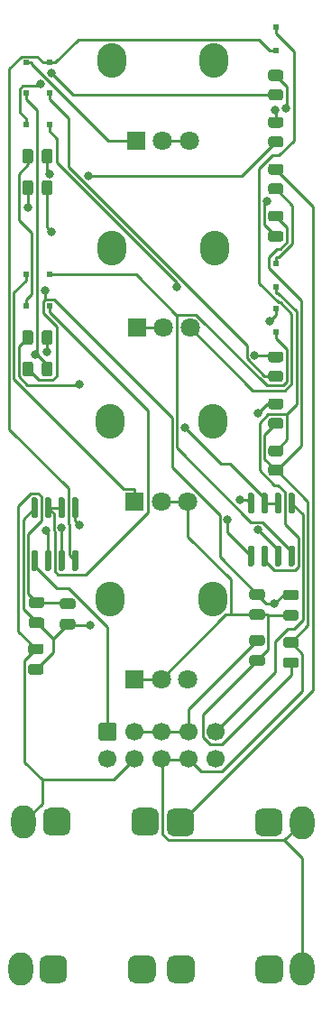
<source format=gbr>
G04 #@! TF.GenerationSoftware,KiCad,Pcbnew,(5.1.10-1-10_14)*
G04 #@! TF.CreationDate,2021-11-27T15:41:33+01:00*
G04 #@! TF.ProjectId,main,6d61696e-2e6b-4696-9361-645f70636258,rev?*
G04 #@! TF.SameCoordinates,Original*
G04 #@! TF.FileFunction,Copper,L2,Bot*
G04 #@! TF.FilePolarity,Positive*
%FSLAX46Y46*%
G04 Gerber Fmt 4.6, Leading zero omitted, Abs format (unit mm)*
G04 Created by KiCad (PCBNEW (5.1.10-1-10_14)) date 2021-11-27 15:41:33*
%MOMM*%
%LPD*%
G01*
G04 APERTURE LIST*
G04 #@! TA.AperFunction,ComponentPad*
%ADD10O,2.720000X3.240000*%
G04 #@! TD*
G04 #@! TA.AperFunction,ComponentPad*
%ADD11C,1.800000*%
G04 #@! TD*
G04 #@! TA.AperFunction,ComponentPad*
%ADD12R,1.800000X1.800000*%
G04 #@! TD*
G04 #@! TA.AperFunction,ComponentPad*
%ADD13O,2.300000X3.100000*%
G04 #@! TD*
G04 #@! TA.AperFunction,ComponentPad*
%ADD14C,1.700000*%
G04 #@! TD*
G04 #@! TA.AperFunction,SMDPad,CuDef*
%ADD15R,0.500000X0.500000*%
G04 #@! TD*
G04 #@! TA.AperFunction,ViaPad*
%ADD16C,0.800000*%
G04 #@! TD*
G04 #@! TA.AperFunction,Conductor*
%ADD17C,0.250000*%
G04 #@! TD*
G04 APERTURE END LIST*
G04 #@! TA.AperFunction,SMDPad,CuDef*
G36*
G01*
X139286000Y-108392000D02*
X138336000Y-108392000D01*
G75*
G02*
X138086000Y-108142000I0J250000D01*
G01*
X138086000Y-107642000D01*
G75*
G02*
X138336000Y-107392000I250000J0D01*
G01*
X139286000Y-107392000D01*
G75*
G02*
X139536000Y-107642000I0J-250000D01*
G01*
X139536000Y-108142000D01*
G75*
G02*
X139286000Y-108392000I-250000J0D01*
G01*
G37*
G04 #@! TD.AperFunction*
G04 #@! TA.AperFunction,SMDPad,CuDef*
G36*
G01*
X139286000Y-110292000D02*
X138336000Y-110292000D01*
G75*
G02*
X138086000Y-110042000I0J250000D01*
G01*
X138086000Y-109542000D01*
G75*
G02*
X138336000Y-109292000I250000J0D01*
G01*
X139286000Y-109292000D01*
G75*
G02*
X139536000Y-109542000I0J-250000D01*
G01*
X139536000Y-110042000D01*
G75*
G02*
X139286000Y-110292000I-250000J0D01*
G01*
G37*
G04 #@! TD.AperFunction*
G04 #@! TA.AperFunction,SMDPad,CuDef*
G36*
G01*
X118521000Y-109204000D02*
X117571000Y-109204000D01*
G75*
G02*
X117321000Y-108954000I0J250000D01*
G01*
X117321000Y-108454000D01*
G75*
G02*
X117571000Y-108204000I250000J0D01*
G01*
X118521000Y-108204000D01*
G75*
G02*
X118771000Y-108454000I0J-250000D01*
G01*
X118771000Y-108954000D01*
G75*
G02*
X118521000Y-109204000I-250000J0D01*
G01*
G37*
G04 #@! TD.AperFunction*
G04 #@! TA.AperFunction,SMDPad,CuDef*
G36*
G01*
X118521000Y-111104000D02*
X117571000Y-111104000D01*
G75*
G02*
X117321000Y-110854000I0J250000D01*
G01*
X117321000Y-110354000D01*
G75*
G02*
X117571000Y-110104000I250000J0D01*
G01*
X118521000Y-110104000D01*
G75*
G02*
X118771000Y-110354000I0J-250000D01*
G01*
X118771000Y-110854000D01*
G75*
G02*
X118521000Y-111104000I-250000J0D01*
G01*
G37*
G04 #@! TD.AperFunction*
G04 #@! TA.AperFunction,SMDPad,CuDef*
G36*
G01*
X139286000Y-104074000D02*
X138336000Y-104074000D01*
G75*
G02*
X138086000Y-103824000I0J250000D01*
G01*
X138086000Y-103324000D01*
G75*
G02*
X138336000Y-103074000I250000J0D01*
G01*
X139286000Y-103074000D01*
G75*
G02*
X139536000Y-103324000I0J-250000D01*
G01*
X139536000Y-103824000D01*
G75*
G02*
X139286000Y-104074000I-250000J0D01*
G01*
G37*
G04 #@! TD.AperFunction*
G04 #@! TA.AperFunction,SMDPad,CuDef*
G36*
G01*
X139286000Y-105974000D02*
X138336000Y-105974000D01*
G75*
G02*
X138086000Y-105724000I0J250000D01*
G01*
X138086000Y-105224000D01*
G75*
G02*
X138336000Y-104974000I250000J0D01*
G01*
X139286000Y-104974000D01*
G75*
G02*
X139536000Y-105224000I0J-250000D01*
G01*
X139536000Y-105724000D01*
G75*
G02*
X139286000Y-105974000I-250000J0D01*
G01*
G37*
G04 #@! TD.AperFunction*
G04 #@! TA.AperFunction,SMDPad,CuDef*
G36*
G01*
X121506000Y-104960000D02*
X120556000Y-104960000D01*
G75*
G02*
X120306000Y-104710000I0J250000D01*
G01*
X120306000Y-104210000D01*
G75*
G02*
X120556000Y-103960000I250000J0D01*
G01*
X121506000Y-103960000D01*
G75*
G02*
X121756000Y-104210000I0J-250000D01*
G01*
X121756000Y-104710000D01*
G75*
G02*
X121506000Y-104960000I-250000J0D01*
G01*
G37*
G04 #@! TD.AperFunction*
G04 #@! TA.AperFunction,SMDPad,CuDef*
G36*
G01*
X121506000Y-106860000D02*
X120556000Y-106860000D01*
G75*
G02*
X120306000Y-106610000I0J250000D01*
G01*
X120306000Y-106110000D01*
G75*
G02*
X120556000Y-105860000I250000J0D01*
G01*
X121506000Y-105860000D01*
G75*
G02*
X121756000Y-106110000I0J-250000D01*
G01*
X121756000Y-106610000D01*
G75*
G02*
X121506000Y-106860000I-250000J0D01*
G01*
G37*
G04 #@! TD.AperFunction*
G04 #@! TA.AperFunction,SMDPad,CuDef*
G36*
G01*
X142461000Y-104130000D02*
X141511000Y-104130000D01*
G75*
G02*
X141261000Y-103880000I0J250000D01*
G01*
X141261000Y-103380000D01*
G75*
G02*
X141511000Y-103130000I250000J0D01*
G01*
X142461000Y-103130000D01*
G75*
G02*
X142711000Y-103380000I0J-250000D01*
G01*
X142711000Y-103880000D01*
G75*
G02*
X142461000Y-104130000I-250000J0D01*
G01*
G37*
G04 #@! TD.AperFunction*
G04 #@! TA.AperFunction,SMDPad,CuDef*
G36*
G01*
X142461000Y-106030000D02*
X141511000Y-106030000D01*
G75*
G02*
X141261000Y-105780000I0J250000D01*
G01*
X141261000Y-105280000D01*
G75*
G02*
X141511000Y-105030000I250000J0D01*
G01*
X142461000Y-105030000D01*
G75*
G02*
X142711000Y-105280000I0J-250000D01*
G01*
X142711000Y-105780000D01*
G75*
G02*
X142461000Y-106030000I-250000J0D01*
G01*
G37*
G04 #@! TD.AperFunction*
G04 #@! TA.AperFunction,SMDPad,CuDef*
G36*
G01*
X118585000Y-104833000D02*
X117635000Y-104833000D01*
G75*
G02*
X117385000Y-104583000I0J250000D01*
G01*
X117385000Y-104083000D01*
G75*
G02*
X117635000Y-103833000I250000J0D01*
G01*
X118585000Y-103833000D01*
G75*
G02*
X118835000Y-104083000I0J-250000D01*
G01*
X118835000Y-104583000D01*
G75*
G02*
X118585000Y-104833000I-250000J0D01*
G01*
G37*
G04 #@! TD.AperFunction*
G04 #@! TA.AperFunction,SMDPad,CuDef*
G36*
G01*
X118585000Y-106733000D02*
X117635000Y-106733000D01*
G75*
G02*
X117385000Y-106483000I0J250000D01*
G01*
X117385000Y-105983000D01*
G75*
G02*
X117635000Y-105733000I250000J0D01*
G01*
X118585000Y-105733000D01*
G75*
G02*
X118835000Y-105983000I0J-250000D01*
G01*
X118835000Y-106483000D01*
G75*
G02*
X118585000Y-106733000I-250000J0D01*
G01*
G37*
G04 #@! TD.AperFunction*
G04 #@! TA.AperFunction,SMDPad,CuDef*
G36*
G01*
X142461000Y-108580000D02*
X141511000Y-108580000D01*
G75*
G02*
X141261000Y-108330000I0J250000D01*
G01*
X141261000Y-107830000D01*
G75*
G02*
X141511000Y-107580000I250000J0D01*
G01*
X142461000Y-107580000D01*
G75*
G02*
X142711000Y-107830000I0J-250000D01*
G01*
X142711000Y-108330000D01*
G75*
G02*
X142461000Y-108580000I-250000J0D01*
G01*
G37*
G04 #@! TD.AperFunction*
G04 #@! TA.AperFunction,SMDPad,CuDef*
G36*
G01*
X142461000Y-110480000D02*
X141511000Y-110480000D01*
G75*
G02*
X141261000Y-110230000I0J250000D01*
G01*
X141261000Y-109730000D01*
G75*
G02*
X141511000Y-109480000I250000J0D01*
G01*
X142461000Y-109480000D01*
G75*
G02*
X142711000Y-109730000I0J-250000D01*
G01*
X142711000Y-110230000D01*
G75*
G02*
X142461000Y-110480000I-250000J0D01*
G01*
G37*
G04 #@! TD.AperFunction*
G04 #@! TA.AperFunction,SMDPad,CuDef*
G36*
G01*
X142199000Y-95972500D02*
X141899000Y-95972500D01*
G75*
G02*
X141749000Y-95822500I0J150000D01*
G01*
X141749000Y-94172500D01*
G75*
G02*
X141899000Y-94022500I150000J0D01*
G01*
X142199000Y-94022500D01*
G75*
G02*
X142349000Y-94172500I0J-150000D01*
G01*
X142349000Y-95822500D01*
G75*
G02*
X142199000Y-95972500I-150000J0D01*
G01*
G37*
G04 #@! TD.AperFunction*
G04 #@! TA.AperFunction,SMDPad,CuDef*
G36*
G01*
X140929000Y-95972500D02*
X140629000Y-95972500D01*
G75*
G02*
X140479000Y-95822500I0J150000D01*
G01*
X140479000Y-94172500D01*
G75*
G02*
X140629000Y-94022500I150000J0D01*
G01*
X140929000Y-94022500D01*
G75*
G02*
X141079000Y-94172500I0J-150000D01*
G01*
X141079000Y-95822500D01*
G75*
G02*
X140929000Y-95972500I-150000J0D01*
G01*
G37*
G04 #@! TD.AperFunction*
G04 #@! TA.AperFunction,SMDPad,CuDef*
G36*
G01*
X139659000Y-95972500D02*
X139359000Y-95972500D01*
G75*
G02*
X139209000Y-95822500I0J150000D01*
G01*
X139209000Y-94172500D01*
G75*
G02*
X139359000Y-94022500I150000J0D01*
G01*
X139659000Y-94022500D01*
G75*
G02*
X139809000Y-94172500I0J-150000D01*
G01*
X139809000Y-95822500D01*
G75*
G02*
X139659000Y-95972500I-150000J0D01*
G01*
G37*
G04 #@! TD.AperFunction*
G04 #@! TA.AperFunction,SMDPad,CuDef*
G36*
G01*
X138389000Y-95972500D02*
X138089000Y-95972500D01*
G75*
G02*
X137939000Y-95822500I0J150000D01*
G01*
X137939000Y-94172500D01*
G75*
G02*
X138089000Y-94022500I150000J0D01*
G01*
X138389000Y-94022500D01*
G75*
G02*
X138539000Y-94172500I0J-150000D01*
G01*
X138539000Y-95822500D01*
G75*
G02*
X138389000Y-95972500I-150000J0D01*
G01*
G37*
G04 #@! TD.AperFunction*
G04 #@! TA.AperFunction,SMDPad,CuDef*
G36*
G01*
X138389000Y-100922500D02*
X138089000Y-100922500D01*
G75*
G02*
X137939000Y-100772500I0J150000D01*
G01*
X137939000Y-99122500D01*
G75*
G02*
X138089000Y-98972500I150000J0D01*
G01*
X138389000Y-98972500D01*
G75*
G02*
X138539000Y-99122500I0J-150000D01*
G01*
X138539000Y-100772500D01*
G75*
G02*
X138389000Y-100922500I-150000J0D01*
G01*
G37*
G04 #@! TD.AperFunction*
G04 #@! TA.AperFunction,SMDPad,CuDef*
G36*
G01*
X139659000Y-100922500D02*
X139359000Y-100922500D01*
G75*
G02*
X139209000Y-100772500I0J150000D01*
G01*
X139209000Y-99122500D01*
G75*
G02*
X139359000Y-98972500I150000J0D01*
G01*
X139659000Y-98972500D01*
G75*
G02*
X139809000Y-99122500I0J-150000D01*
G01*
X139809000Y-100772500D01*
G75*
G02*
X139659000Y-100922500I-150000J0D01*
G01*
G37*
G04 #@! TD.AperFunction*
G04 #@! TA.AperFunction,SMDPad,CuDef*
G36*
G01*
X140929000Y-100922500D02*
X140629000Y-100922500D01*
G75*
G02*
X140479000Y-100772500I0J150000D01*
G01*
X140479000Y-99122500D01*
G75*
G02*
X140629000Y-98972500I150000J0D01*
G01*
X140929000Y-98972500D01*
G75*
G02*
X141079000Y-99122500I0J-150000D01*
G01*
X141079000Y-100772500D01*
G75*
G02*
X140929000Y-100922500I-150000J0D01*
G01*
G37*
G04 #@! TD.AperFunction*
G04 #@! TA.AperFunction,SMDPad,CuDef*
G36*
G01*
X142199000Y-100922500D02*
X141899000Y-100922500D01*
G75*
G02*
X141749000Y-100772500I0J150000D01*
G01*
X141749000Y-99122500D01*
G75*
G02*
X141899000Y-98972500I150000J0D01*
G01*
X142199000Y-98972500D01*
G75*
G02*
X142349000Y-99122500I0J-150000D01*
G01*
X142349000Y-100772500D01*
G75*
G02*
X142199000Y-100922500I-150000J0D01*
G01*
G37*
G04 #@! TD.AperFunction*
G04 #@! TA.AperFunction,SMDPad,CuDef*
G36*
G01*
X121879000Y-96417000D02*
X121579000Y-96417000D01*
G75*
G02*
X121429000Y-96267000I0J150000D01*
G01*
X121429000Y-94617000D01*
G75*
G02*
X121579000Y-94467000I150000J0D01*
G01*
X121879000Y-94467000D01*
G75*
G02*
X122029000Y-94617000I0J-150000D01*
G01*
X122029000Y-96267000D01*
G75*
G02*
X121879000Y-96417000I-150000J0D01*
G01*
G37*
G04 #@! TD.AperFunction*
G04 #@! TA.AperFunction,SMDPad,CuDef*
G36*
G01*
X120609000Y-96417000D02*
X120309000Y-96417000D01*
G75*
G02*
X120159000Y-96267000I0J150000D01*
G01*
X120159000Y-94617000D01*
G75*
G02*
X120309000Y-94467000I150000J0D01*
G01*
X120609000Y-94467000D01*
G75*
G02*
X120759000Y-94617000I0J-150000D01*
G01*
X120759000Y-96267000D01*
G75*
G02*
X120609000Y-96417000I-150000J0D01*
G01*
G37*
G04 #@! TD.AperFunction*
G04 #@! TA.AperFunction,SMDPad,CuDef*
G36*
G01*
X119339000Y-96417000D02*
X119039000Y-96417000D01*
G75*
G02*
X118889000Y-96267000I0J150000D01*
G01*
X118889000Y-94617000D01*
G75*
G02*
X119039000Y-94467000I150000J0D01*
G01*
X119339000Y-94467000D01*
G75*
G02*
X119489000Y-94617000I0J-150000D01*
G01*
X119489000Y-96267000D01*
G75*
G02*
X119339000Y-96417000I-150000J0D01*
G01*
G37*
G04 #@! TD.AperFunction*
G04 #@! TA.AperFunction,SMDPad,CuDef*
G36*
G01*
X118069000Y-96417000D02*
X117769000Y-96417000D01*
G75*
G02*
X117619000Y-96267000I0J150000D01*
G01*
X117619000Y-94617000D01*
G75*
G02*
X117769000Y-94467000I150000J0D01*
G01*
X118069000Y-94467000D01*
G75*
G02*
X118219000Y-94617000I0J-150000D01*
G01*
X118219000Y-96267000D01*
G75*
G02*
X118069000Y-96417000I-150000J0D01*
G01*
G37*
G04 #@! TD.AperFunction*
G04 #@! TA.AperFunction,SMDPad,CuDef*
G36*
G01*
X118069000Y-101367000D02*
X117769000Y-101367000D01*
G75*
G02*
X117619000Y-101217000I0J150000D01*
G01*
X117619000Y-99567000D01*
G75*
G02*
X117769000Y-99417000I150000J0D01*
G01*
X118069000Y-99417000D01*
G75*
G02*
X118219000Y-99567000I0J-150000D01*
G01*
X118219000Y-101217000D01*
G75*
G02*
X118069000Y-101367000I-150000J0D01*
G01*
G37*
G04 #@! TD.AperFunction*
G04 #@! TA.AperFunction,SMDPad,CuDef*
G36*
G01*
X119339000Y-101367000D02*
X119039000Y-101367000D01*
G75*
G02*
X118889000Y-101217000I0J150000D01*
G01*
X118889000Y-99567000D01*
G75*
G02*
X119039000Y-99417000I150000J0D01*
G01*
X119339000Y-99417000D01*
G75*
G02*
X119489000Y-99567000I0J-150000D01*
G01*
X119489000Y-101217000D01*
G75*
G02*
X119339000Y-101367000I-150000J0D01*
G01*
G37*
G04 #@! TD.AperFunction*
G04 #@! TA.AperFunction,SMDPad,CuDef*
G36*
G01*
X120609000Y-101367000D02*
X120309000Y-101367000D01*
G75*
G02*
X120159000Y-101217000I0J150000D01*
G01*
X120159000Y-99567000D01*
G75*
G02*
X120309000Y-99417000I150000J0D01*
G01*
X120609000Y-99417000D01*
G75*
G02*
X120759000Y-99567000I0J-150000D01*
G01*
X120759000Y-101217000D01*
G75*
G02*
X120609000Y-101367000I-150000J0D01*
G01*
G37*
G04 #@! TD.AperFunction*
G04 #@! TA.AperFunction,SMDPad,CuDef*
G36*
G01*
X121879000Y-101367000D02*
X121579000Y-101367000D01*
G75*
G02*
X121429000Y-101217000I0J150000D01*
G01*
X121429000Y-99567000D01*
G75*
G02*
X121579000Y-99417000I150000J0D01*
G01*
X121879000Y-99417000D01*
G75*
G02*
X122029000Y-99567000I0J-150000D01*
G01*
X122029000Y-101217000D01*
G75*
G02*
X121879000Y-101367000I-150000J0D01*
G01*
G37*
G04 #@! TD.AperFunction*
D10*
X125018000Y-87369000D03*
X134618000Y-87369000D03*
D11*
X132318000Y-94869000D03*
X129818000Y-94869000D03*
D12*
X127318000Y-94869000D03*
D10*
X125018000Y-104006000D03*
X134618000Y-104006000D03*
D11*
X132318000Y-111506000D03*
X129818000Y-111506000D03*
D12*
X127318000Y-111506000D03*
D10*
X125144000Y-53460000D03*
X134744000Y-53460000D03*
D11*
X132444000Y-60960000D03*
X129944000Y-60960000D03*
D12*
X127444000Y-60960000D03*
D10*
X125208000Y-71049500D03*
X134808000Y-71049500D03*
D11*
X132508000Y-78549500D03*
X130008000Y-78549500D03*
D12*
X127508000Y-78549500D03*
G04 #@! TA.AperFunction,SMDPad,CuDef*
G36*
G01*
X141014002Y-55374500D02*
X140113998Y-55374500D01*
G75*
G02*
X139864000Y-55124502I0J249998D01*
G01*
X139864000Y-54599498D01*
G75*
G02*
X140113998Y-54349500I249998J0D01*
G01*
X141014002Y-54349500D01*
G75*
G02*
X141264000Y-54599498I0J-249998D01*
G01*
X141264000Y-55124502D01*
G75*
G02*
X141014002Y-55374500I-249998J0D01*
G01*
G37*
G04 #@! TD.AperFunction*
G04 #@! TA.AperFunction,SMDPad,CuDef*
G36*
G01*
X141014002Y-57199500D02*
X140113998Y-57199500D01*
G75*
G02*
X139864000Y-56949502I0J249998D01*
G01*
X139864000Y-56424498D01*
G75*
G02*
X140113998Y-56174500I249998J0D01*
G01*
X141014002Y-56174500D01*
G75*
G02*
X141264000Y-56424498I0J-249998D01*
G01*
X141264000Y-56949502D01*
G75*
G02*
X141014002Y-57199500I-249998J0D01*
G01*
G37*
G04 #@! TD.AperFunction*
G04 #@! TA.AperFunction,SMDPad,CuDef*
G36*
G01*
X118593000Y-62896502D02*
X118593000Y-61996498D01*
G75*
G02*
X118842998Y-61746500I249998J0D01*
G01*
X119368002Y-61746500D01*
G75*
G02*
X119618000Y-61996498I0J-249998D01*
G01*
X119618000Y-62896502D01*
G75*
G02*
X119368002Y-63146500I-249998J0D01*
G01*
X118842998Y-63146500D01*
G75*
G02*
X118593000Y-62896502I0J249998D01*
G01*
G37*
G04 #@! TD.AperFunction*
G04 #@! TA.AperFunction,SMDPad,CuDef*
G36*
G01*
X116768000Y-62896502D02*
X116768000Y-61996498D01*
G75*
G02*
X117017998Y-61746500I249998J0D01*
G01*
X117543002Y-61746500D01*
G75*
G02*
X117793000Y-61996498I0J-249998D01*
G01*
X117793000Y-62896502D01*
G75*
G02*
X117543002Y-63146500I-249998J0D01*
G01*
X117017998Y-63146500D01*
G75*
G02*
X116768000Y-62896502I0J249998D01*
G01*
G37*
G04 #@! TD.AperFunction*
G04 #@! TA.AperFunction,SMDPad,CuDef*
G36*
G01*
X141014002Y-59784500D02*
X140113998Y-59784500D01*
G75*
G02*
X139864000Y-59534502I0J249998D01*
G01*
X139864000Y-59009498D01*
G75*
G02*
X140113998Y-58759500I249998J0D01*
G01*
X141014002Y-58759500D01*
G75*
G02*
X141264000Y-59009498I0J-249998D01*
G01*
X141264000Y-59534502D01*
G75*
G02*
X141014002Y-59784500I-249998J0D01*
G01*
G37*
G04 #@! TD.AperFunction*
G04 #@! TA.AperFunction,SMDPad,CuDef*
G36*
G01*
X141014002Y-61609500D02*
X140113998Y-61609500D01*
G75*
G02*
X139864000Y-61359502I0J249998D01*
G01*
X139864000Y-60834498D01*
G75*
G02*
X140113998Y-60584500I249998J0D01*
G01*
X141014002Y-60584500D01*
G75*
G02*
X141264000Y-60834498I0J-249998D01*
G01*
X141264000Y-61359502D01*
G75*
G02*
X141014002Y-61609500I-249998J0D01*
G01*
G37*
G04 #@! TD.AperFunction*
G04 #@! TA.AperFunction,SMDPad,CuDef*
G36*
G01*
X118593000Y-79916002D02*
X118593000Y-79015998D01*
G75*
G02*
X118842998Y-78766000I249998J0D01*
G01*
X119368002Y-78766000D01*
G75*
G02*
X119618000Y-79015998I0J-249998D01*
G01*
X119618000Y-79916002D01*
G75*
G02*
X119368002Y-80166000I-249998J0D01*
G01*
X118842998Y-80166000D01*
G75*
G02*
X118593000Y-79916002I0J249998D01*
G01*
G37*
G04 #@! TD.AperFunction*
G04 #@! TA.AperFunction,SMDPad,CuDef*
G36*
G01*
X116768000Y-79916002D02*
X116768000Y-79015998D01*
G75*
G02*
X117017998Y-78766000I249998J0D01*
G01*
X117543002Y-78766000D01*
G75*
G02*
X117793000Y-79015998I0J-249998D01*
G01*
X117793000Y-79916002D01*
G75*
G02*
X117543002Y-80166000I-249998J0D01*
G01*
X117017998Y-80166000D01*
G75*
G02*
X116768000Y-79916002I0J249998D01*
G01*
G37*
G04 #@! TD.AperFunction*
G04 #@! TA.AperFunction,SMDPad,CuDef*
G36*
G01*
X141014002Y-86205500D02*
X140113998Y-86205500D01*
G75*
G02*
X139864000Y-85955502I0J249998D01*
G01*
X139864000Y-85430498D01*
G75*
G02*
X140113998Y-85180500I249998J0D01*
G01*
X141014002Y-85180500D01*
G75*
G02*
X141264000Y-85430498I0J-249998D01*
G01*
X141264000Y-85955502D01*
G75*
G02*
X141014002Y-86205500I-249998J0D01*
G01*
G37*
G04 #@! TD.AperFunction*
G04 #@! TA.AperFunction,SMDPad,CuDef*
G36*
G01*
X141014002Y-88030500D02*
X140113998Y-88030500D01*
G75*
G02*
X139864000Y-87780502I0J249998D01*
G01*
X139864000Y-87255498D01*
G75*
G02*
X140113998Y-87005500I249998J0D01*
G01*
X141014002Y-87005500D01*
G75*
G02*
X141264000Y-87255498I0J-249998D01*
G01*
X141264000Y-87780502D01*
G75*
G02*
X141014002Y-88030500I-249998J0D01*
G01*
G37*
G04 #@! TD.AperFunction*
G04 #@! TA.AperFunction,SMDPad,CuDef*
G36*
G01*
X118593000Y-65846502D02*
X118593000Y-64946498D01*
G75*
G02*
X118842998Y-64696500I249998J0D01*
G01*
X119368002Y-64696500D01*
G75*
G02*
X119618000Y-64946498I0J-249998D01*
G01*
X119618000Y-65846502D01*
G75*
G02*
X119368002Y-66096500I-249998J0D01*
G01*
X118842998Y-66096500D01*
G75*
G02*
X118593000Y-65846502I0J249998D01*
G01*
G37*
G04 #@! TD.AperFunction*
G04 #@! TA.AperFunction,SMDPad,CuDef*
G36*
G01*
X116768000Y-65846502D02*
X116768000Y-64946498D01*
G75*
G02*
X117017998Y-64696500I249998J0D01*
G01*
X117543002Y-64696500D01*
G75*
G02*
X117793000Y-64946498I0J-249998D01*
G01*
X117793000Y-65846502D01*
G75*
G02*
X117543002Y-66096500I-249998J0D01*
G01*
X117017998Y-66096500D01*
G75*
G02*
X116768000Y-65846502I0J249998D01*
G01*
G37*
G04 #@! TD.AperFunction*
G04 #@! TA.AperFunction,SMDPad,CuDef*
G36*
G01*
X141014002Y-90615500D02*
X140113998Y-90615500D01*
G75*
G02*
X139864000Y-90365502I0J249998D01*
G01*
X139864000Y-89840498D01*
G75*
G02*
X140113998Y-89590500I249998J0D01*
G01*
X141014002Y-89590500D01*
G75*
G02*
X141264000Y-89840498I0J-249998D01*
G01*
X141264000Y-90365502D01*
G75*
G02*
X141014002Y-90615500I-249998J0D01*
G01*
G37*
G04 #@! TD.AperFunction*
G04 #@! TA.AperFunction,SMDPad,CuDef*
G36*
G01*
X141014002Y-92440500D02*
X140113998Y-92440500D01*
G75*
G02*
X139864000Y-92190502I0J249998D01*
G01*
X139864000Y-91665498D01*
G75*
G02*
X140113998Y-91415500I249998J0D01*
G01*
X141014002Y-91415500D01*
G75*
G02*
X141264000Y-91665498I0J-249998D01*
G01*
X141264000Y-92190502D01*
G75*
G02*
X141014002Y-92440500I-249998J0D01*
G01*
G37*
G04 #@! TD.AperFunction*
G04 #@! TA.AperFunction,SMDPad,CuDef*
G36*
G01*
X118593000Y-82866002D02*
X118593000Y-81965998D01*
G75*
G02*
X118842998Y-81716000I249998J0D01*
G01*
X119368002Y-81716000D01*
G75*
G02*
X119618000Y-81965998I0J-249998D01*
G01*
X119618000Y-82866002D01*
G75*
G02*
X119368002Y-83116000I-249998J0D01*
G01*
X118842998Y-83116000D01*
G75*
G02*
X118593000Y-82866002I0J249998D01*
G01*
G37*
G04 #@! TD.AperFunction*
G04 #@! TA.AperFunction,SMDPad,CuDef*
G36*
G01*
X116768000Y-82866002D02*
X116768000Y-81965998D01*
G75*
G02*
X117017998Y-81716000I249998J0D01*
G01*
X117543002Y-81716000D01*
G75*
G02*
X117793000Y-81965998I0J-249998D01*
G01*
X117793000Y-82866002D01*
G75*
G02*
X117543002Y-83116000I-249998J0D01*
G01*
X117017998Y-83116000D01*
G75*
G02*
X116768000Y-82866002I0J249998D01*
G01*
G37*
G04 #@! TD.AperFunction*
G04 #@! TA.AperFunction,SMDPad,CuDef*
G36*
G01*
X141014002Y-64194500D02*
X140113998Y-64194500D01*
G75*
G02*
X139864000Y-63944502I0J249998D01*
G01*
X139864000Y-63419498D01*
G75*
G02*
X140113998Y-63169500I249998J0D01*
G01*
X141014002Y-63169500D01*
G75*
G02*
X141264000Y-63419498I0J-249998D01*
G01*
X141264000Y-63944502D01*
G75*
G02*
X141014002Y-64194500I-249998J0D01*
G01*
G37*
G04 #@! TD.AperFunction*
G04 #@! TA.AperFunction,SMDPad,CuDef*
G36*
G01*
X141014002Y-66019500D02*
X140113998Y-66019500D01*
G75*
G02*
X139864000Y-65769502I0J249998D01*
G01*
X139864000Y-65244498D01*
G75*
G02*
X140113998Y-64994500I249998J0D01*
G01*
X141014002Y-64994500D01*
G75*
G02*
X141264000Y-65244498I0J-249998D01*
G01*
X141264000Y-65769502D01*
G75*
G02*
X141014002Y-66019500I-249998J0D01*
G01*
G37*
G04 #@! TD.AperFunction*
G04 #@! TA.AperFunction,SMDPad,CuDef*
G36*
G01*
X141014002Y-81795500D02*
X140113998Y-81795500D01*
G75*
G02*
X139864000Y-81545502I0J249998D01*
G01*
X139864000Y-81020498D01*
G75*
G02*
X140113998Y-80770500I249998J0D01*
G01*
X141014002Y-80770500D01*
G75*
G02*
X141264000Y-81020498I0J-249998D01*
G01*
X141264000Y-81545502D01*
G75*
G02*
X141014002Y-81795500I-249998J0D01*
G01*
G37*
G04 #@! TD.AperFunction*
G04 #@! TA.AperFunction,SMDPad,CuDef*
G36*
G01*
X141014002Y-83620500D02*
X140113998Y-83620500D01*
G75*
G02*
X139864000Y-83370502I0J249998D01*
G01*
X139864000Y-82845498D01*
G75*
G02*
X140113998Y-82595500I249998J0D01*
G01*
X141014002Y-82595500D01*
G75*
G02*
X141264000Y-82845498I0J-249998D01*
G01*
X141264000Y-83370502D01*
G75*
G02*
X141014002Y-83620500I-249998J0D01*
G01*
G37*
G04 #@! TD.AperFunction*
G04 #@! TA.AperFunction,ComponentPad*
G36*
G01*
X132318000Y-140048000D02*
X131018000Y-140048000D01*
G75*
G02*
X130368000Y-139398000I0J650000D01*
G01*
X130368000Y-138098000D01*
G75*
G02*
X131018000Y-137448000I650000J0D01*
G01*
X132318000Y-137448000D01*
G75*
G02*
X132968000Y-138098000I0J-650000D01*
G01*
X132968000Y-139398000D01*
G75*
G02*
X132318000Y-140048000I-650000J0D01*
G01*
G37*
G04 #@! TD.AperFunction*
D13*
X143068000Y-138748000D03*
G04 #@! TA.AperFunction,ComponentPad*
G36*
G01*
X140618000Y-140048000D02*
X139318000Y-140048000D01*
G75*
G02*
X138668000Y-139398000I0J650000D01*
G01*
X138668000Y-138098000D01*
G75*
G02*
X139318000Y-137448000I650000J0D01*
G01*
X140618000Y-137448000D01*
G75*
G02*
X141268000Y-138098000I0J-650000D01*
G01*
X141268000Y-139398000D01*
G75*
G02*
X140618000Y-140048000I-650000J0D01*
G01*
G37*
G04 #@! TD.AperFunction*
G04 #@! TA.AperFunction,ComponentPad*
G36*
G01*
X127333000Y-137448000D02*
X128633000Y-137448000D01*
G75*
G02*
X129283000Y-138098000I0J-650000D01*
G01*
X129283000Y-139398000D01*
G75*
G02*
X128633000Y-140048000I-650000J0D01*
G01*
X127333000Y-140048000D01*
G75*
G02*
X126683000Y-139398000I0J650000D01*
G01*
X126683000Y-138098000D01*
G75*
G02*
X127333000Y-137448000I650000J0D01*
G01*
G37*
G04 #@! TD.AperFunction*
X116583000Y-138748000D03*
G04 #@! TA.AperFunction,ComponentPad*
G36*
G01*
X119033000Y-137448000D02*
X120333000Y-137448000D01*
G75*
G02*
X120983000Y-138098000I0J-650000D01*
G01*
X120983000Y-139398000D01*
G75*
G02*
X120333000Y-140048000I-650000J0D01*
G01*
X119033000Y-140048000D01*
G75*
G02*
X118383000Y-139398000I0J650000D01*
G01*
X118383000Y-138098000D01*
G75*
G02*
X119033000Y-137448000I650000J0D01*
G01*
G37*
G04 #@! TD.AperFunction*
D14*
X134938000Y-118999000D03*
X132398000Y-118999000D03*
X129858000Y-118999000D03*
X127318000Y-118999000D03*
X124778000Y-118999000D03*
X134938000Y-116459000D03*
X132398000Y-116459000D03*
X129858000Y-116459000D03*
X127318000Y-116459000D03*
G04 #@! TA.AperFunction,ComponentPad*
G36*
G01*
X124178000Y-115609000D02*
X125378000Y-115609000D01*
G75*
G02*
X125628000Y-115859000I0J-250000D01*
G01*
X125628000Y-117059000D01*
G75*
G02*
X125378000Y-117309000I-250000J0D01*
G01*
X124178000Y-117309000D01*
G75*
G02*
X123928000Y-117059000I0J250000D01*
G01*
X123928000Y-115859000D01*
G75*
G02*
X124178000Y-115609000I250000J0D01*
G01*
G37*
G04 #@! TD.AperFunction*
G04 #@! TA.AperFunction,ComponentPad*
G36*
G01*
X132255000Y-126268000D02*
X130955000Y-126268000D01*
G75*
G02*
X130305000Y-125618000I0J650000D01*
G01*
X130305000Y-124318000D01*
G75*
G02*
X130955000Y-123668000I650000J0D01*
G01*
X132255000Y-123668000D01*
G75*
G02*
X132905000Y-124318000I0J-650000D01*
G01*
X132905000Y-125618000D01*
G75*
G02*
X132255000Y-126268000I-650000J0D01*
G01*
G37*
G04 #@! TD.AperFunction*
D13*
X143005000Y-124968000D03*
G04 #@! TA.AperFunction,ComponentPad*
G36*
G01*
X140555000Y-126268000D02*
X139255000Y-126268000D01*
G75*
G02*
X138605000Y-125618000I0J650000D01*
G01*
X138605000Y-124318000D01*
G75*
G02*
X139255000Y-123668000I650000J0D01*
G01*
X140555000Y-123668000D01*
G75*
G02*
X141205000Y-124318000I0J-650000D01*
G01*
X141205000Y-125618000D01*
G75*
G02*
X140555000Y-126268000I-650000J0D01*
G01*
G37*
G04 #@! TD.AperFunction*
G04 #@! TA.AperFunction,ComponentPad*
G36*
G01*
X127650000Y-123604000D02*
X128950000Y-123604000D01*
G75*
G02*
X129600000Y-124254000I0J-650000D01*
G01*
X129600000Y-125554000D01*
G75*
G02*
X128950000Y-126204000I-650000J0D01*
G01*
X127650000Y-126204000D01*
G75*
G02*
X127000000Y-125554000I0J650000D01*
G01*
X127000000Y-124254000D01*
G75*
G02*
X127650000Y-123604000I650000J0D01*
G01*
G37*
G04 #@! TD.AperFunction*
X116900000Y-124904000D03*
G04 #@! TA.AperFunction,ComponentPad*
G36*
G01*
X119350000Y-123604000D02*
X120650000Y-123604000D01*
G75*
G02*
X121300000Y-124254000I0J-650000D01*
G01*
X121300000Y-125554000D01*
G75*
G02*
X120650000Y-126204000I-650000J0D01*
G01*
X119350000Y-126204000D01*
G75*
G02*
X118700000Y-125554000I0J650000D01*
G01*
X118700000Y-124254000D01*
G75*
G02*
X119350000Y-123604000I650000J0D01*
G01*
G37*
G04 #@! TD.AperFunction*
D15*
X119293000Y-59496500D03*
X117093000Y-59496500D03*
X119293000Y-76516000D03*
X117093000Y-76516000D03*
X119293000Y-73566000D03*
X117093000Y-73566000D03*
X140564000Y-76765500D03*
X140564000Y-78965500D03*
X119293000Y-53657500D03*
X117093000Y-53657500D03*
X140564000Y-50344500D03*
X140564000Y-52544500D03*
X140564000Y-72515500D03*
X140564000Y-74715500D03*
X119293000Y-56546500D03*
X117093000Y-56546500D03*
G04 #@! TA.AperFunction,SMDPad,CuDef*
G36*
G01*
X141039000Y-68574500D02*
X140089000Y-68574500D01*
G75*
G02*
X139839000Y-68324500I0J250000D01*
G01*
X139839000Y-67824500D01*
G75*
G02*
X140089000Y-67574500I250000J0D01*
G01*
X141039000Y-67574500D01*
G75*
G02*
X141289000Y-67824500I0J-250000D01*
G01*
X141289000Y-68324500D01*
G75*
G02*
X141039000Y-68574500I-250000J0D01*
G01*
G37*
G04 #@! TD.AperFunction*
G04 #@! TA.AperFunction,SMDPad,CuDef*
G36*
G01*
X141039000Y-70474500D02*
X140089000Y-70474500D01*
G75*
G02*
X139839000Y-70224500I0J250000D01*
G01*
X139839000Y-69724500D01*
G75*
G02*
X140089000Y-69474500I250000J0D01*
G01*
X141039000Y-69474500D01*
G75*
G02*
X141289000Y-69724500I0J-250000D01*
G01*
X141289000Y-70224500D01*
G75*
G02*
X141039000Y-70474500I-250000J0D01*
G01*
G37*
G04 #@! TD.AperFunction*
D16*
X117274100Y-67235600D03*
X118924000Y-75041000D03*
X140437900Y-104425400D03*
X117949100Y-81050100D03*
X119007800Y-97600200D03*
X139984000Y-77920800D03*
X132010700Y-87941300D03*
X131252000Y-74688900D03*
X119496100Y-54615800D03*
X118453000Y-55658900D03*
X138567600Y-81137300D03*
X122944700Y-64302800D03*
X122150900Y-83815500D03*
X122150900Y-97035400D03*
X136028900Y-96573300D03*
X119291900Y-64092300D03*
X141536400Y-57979500D03*
X120459000Y-97297900D03*
X119075900Y-80775200D03*
X119489900Y-69520600D03*
X140531000Y-58152600D03*
X138922000Y-97515100D03*
X138922000Y-86551000D03*
X123167300Y-106478800D03*
X139763500Y-66635200D03*
X137183800Y-94676300D03*
D17*
X118924000Y-75928400D02*
X119725600Y-75928400D01*
X119725600Y-75928400D02*
X130807600Y-87010400D01*
X130807600Y-87010400D02*
X130807600Y-91617200D01*
X130807600Y-91617200D02*
X135303600Y-96113200D01*
X135303600Y-96113200D02*
X135303600Y-100066600D01*
X135303600Y-100066600D02*
X138811000Y-103574000D01*
X118924000Y-75928400D02*
X118895800Y-75928400D01*
X118895800Y-75928400D02*
X118715100Y-76109100D01*
X118715100Y-76109100D02*
X118715100Y-77150300D01*
X118715100Y-77150300D02*
X120009700Y-78444900D01*
X120009700Y-78444900D02*
X120009700Y-83093600D01*
X120009700Y-83093600D02*
X119627500Y-83475800D01*
X119627500Y-83475800D02*
X118340300Y-83475800D01*
X118340300Y-83475800D02*
X117280500Y-82416000D01*
X118924000Y-75928400D02*
X118924000Y-75041000D01*
X117274100Y-67235600D02*
X117280500Y-67229200D01*
X117280500Y-67229200D02*
X117280500Y-65396500D01*
X140437900Y-104425400D02*
X139662400Y-104425400D01*
X139662400Y-104425400D02*
X138811000Y-103574000D01*
X118110000Y-104333000D02*
X120904000Y-104333000D01*
X120904000Y-104333000D02*
X121031000Y-104460000D01*
X118046000Y-108704000D02*
X116378300Y-107036300D01*
X116378300Y-107036300D02*
X116378300Y-95281000D01*
X116378300Y-95281000D02*
X117589200Y-94070100D01*
X117589200Y-94070100D02*
X118260400Y-94070100D01*
X118260400Y-94070100D02*
X118554000Y-94363700D01*
X118554000Y-94363700D02*
X118554000Y-96656000D01*
X118554000Y-96656000D02*
X117293000Y-97917000D01*
X117293000Y-97917000D02*
X117293000Y-103516000D01*
X117293000Y-103516000D02*
X118110000Y-104333000D01*
X118616000Y-120949000D02*
X116993000Y-119326000D01*
X116993000Y-119326000D02*
X116993000Y-109757000D01*
X116993000Y-109757000D02*
X118046000Y-108704000D01*
X141370700Y-126602300D02*
X130485800Y-126602300D01*
X130485800Y-126602300D02*
X129952600Y-126069100D01*
X129952600Y-126069100D02*
X129952600Y-119093600D01*
X143005000Y-124968000D02*
X141370700Y-126602300D01*
X141370700Y-126602300D02*
X143068000Y-128299600D01*
X143068000Y-128299600D02*
X143068000Y-138748000D01*
X141986000Y-103630000D02*
X141233300Y-103630000D01*
X141233300Y-103630000D02*
X140437900Y-104425400D01*
X140638700Y-91928000D02*
X140564000Y-91928000D01*
X141986000Y-108080000D02*
X143581000Y-106485000D01*
X143581000Y-106485000D02*
X143581000Y-94870300D01*
X143581000Y-94870300D02*
X140638700Y-91928000D01*
X140564000Y-68074500D02*
X141636700Y-69147200D01*
X141636700Y-69147200D02*
X141636700Y-70476200D01*
X141636700Y-70476200D02*
X140967600Y-71145300D01*
X140967600Y-71145300D02*
X140682500Y-71145300D01*
X140682500Y-71145300D02*
X139929800Y-71898000D01*
X139929800Y-71898000D02*
X139929800Y-72894000D01*
X139929800Y-72894000D02*
X142993200Y-75957400D01*
X142993200Y-75957400D02*
X142993200Y-89573500D01*
X142993200Y-89573500D02*
X140638700Y-91928000D01*
X140564000Y-91928000D02*
X139512300Y-90876300D01*
X139512300Y-90876300D02*
X139512300Y-88569700D01*
X139512300Y-88569700D02*
X140564000Y-87518000D01*
X132398000Y-118999000D02*
X133573400Y-120174400D01*
X133573400Y-120174400D02*
X135490300Y-120174400D01*
X135490300Y-120174400D02*
X143059600Y-112605100D01*
X143059600Y-112605100D02*
X143059600Y-109153600D01*
X143059600Y-109153600D02*
X141986000Y-108080000D01*
X129952600Y-119093600D02*
X132303400Y-119093600D01*
X132303400Y-119093600D02*
X132398000Y-118999000D01*
X129952600Y-119093600D02*
X129858000Y-118999000D01*
X116900000Y-124904000D02*
X118616000Y-123188000D01*
X118616000Y-123188000D02*
X118616000Y-120949000D01*
X127318000Y-118999000D02*
X125368000Y-120949000D01*
X125368000Y-120949000D02*
X118616000Y-120949000D01*
X132398000Y-116459000D02*
X132398000Y-114305000D01*
X132398000Y-114305000D02*
X138811000Y-107892000D01*
X129858000Y-116459000D02*
X132398000Y-116459000D01*
X127318000Y-116459000D02*
X129858000Y-116459000D01*
X119293000Y-57121800D02*
X121091600Y-58920400D01*
X121091600Y-58920400D02*
X121091600Y-63475700D01*
X121091600Y-63475700D02*
X137842300Y-80226400D01*
X137842300Y-80226400D02*
X137842300Y-81437700D01*
X137842300Y-81437700D02*
X139512600Y-83108000D01*
X139512600Y-83108000D02*
X140564000Y-83108000D01*
X119293000Y-56546500D02*
X119293000Y-57121800D01*
X118132000Y-81050100D02*
X119105500Y-82023600D01*
X119105500Y-82023600D02*
X119105500Y-82416000D01*
X117949100Y-81050100D02*
X118132000Y-81050100D01*
X118132000Y-81050100D02*
X118132000Y-58160800D01*
X118132000Y-58160800D02*
X117093000Y-57121800D01*
X119189000Y-100392000D02*
X119189000Y-97781400D01*
X119189000Y-97781400D02*
X119007800Y-97600200D01*
X117093000Y-56546500D02*
X117093000Y-57121800D01*
X140564000Y-71940200D02*
X140826000Y-71940200D01*
X140826000Y-71940200D02*
X142108300Y-70657900D01*
X142108300Y-70657900D02*
X142108300Y-67051300D01*
X142108300Y-67051300D02*
X140564000Y-65507000D01*
X140564000Y-72515500D02*
X140564000Y-71940200D01*
X140564000Y-75290800D02*
X140779700Y-75290800D01*
X140779700Y-75290800D02*
X142529400Y-77040500D01*
X142529400Y-77040500D02*
X142529400Y-85727300D01*
X142529400Y-85727300D02*
X141608100Y-86648600D01*
X141608100Y-86648600D02*
X139854200Y-86648600D01*
X139854200Y-86648600D02*
X139036600Y-87466200D01*
X139036600Y-87466200D02*
X139036600Y-91930600D01*
X139036600Y-91930600D02*
X140409700Y-93303700D01*
X140409700Y-93303700D02*
X140786400Y-93303700D01*
X140786400Y-93303700D02*
X141414000Y-93931300D01*
X141414000Y-93931300D02*
X141414000Y-97020200D01*
X141414000Y-97020200D02*
X142676600Y-98282800D01*
X142676600Y-98282800D02*
X142676600Y-100995900D01*
X142676600Y-100995900D02*
X142402700Y-101269800D01*
X142402700Y-101269800D02*
X140407400Y-101269800D01*
X140407400Y-101269800D02*
X139509000Y-100371400D01*
X139509000Y-100371400D02*
X139509000Y-99947500D01*
X141608100Y-86648600D02*
X141608100Y-89058900D01*
X141608100Y-89058900D02*
X140564000Y-90103000D01*
X140564000Y-74715500D02*
X140564000Y-75290800D01*
X140564000Y-50919800D02*
X142261700Y-52617500D01*
X142261700Y-52617500D02*
X142261700Y-60986800D01*
X142261700Y-60986800D02*
X140859000Y-62389500D01*
X140859000Y-62389500D02*
X140269900Y-62389500D01*
X140269900Y-62389500D02*
X139016800Y-63642600D01*
X139016800Y-63642600D02*
X139016800Y-74380500D01*
X139016800Y-74380500D02*
X140821200Y-76184900D01*
X140821200Y-76184900D02*
X140980400Y-76184900D01*
X140980400Y-76184900D02*
X142051000Y-77255500D01*
X142051000Y-77255500D02*
X142051000Y-83795700D01*
X142051000Y-83795700D02*
X141391600Y-84455100D01*
X141391600Y-84455100D02*
X138413600Y-84455100D01*
X138413600Y-84455100D02*
X132508000Y-78549500D01*
X140564000Y-50344500D02*
X140564000Y-50919800D01*
X118717700Y-53657500D02*
X118142400Y-53082200D01*
X118142400Y-53082200D02*
X116669800Y-53082200D01*
X116669800Y-53082200D02*
X115523200Y-54228800D01*
X115523200Y-54228800D02*
X115523200Y-88048900D01*
X115523200Y-88048900D02*
X121094000Y-93619700D01*
X121094000Y-93619700D02*
X121094000Y-96906000D01*
X121094000Y-96906000D02*
X121236000Y-97048000D01*
X121236000Y-97048000D02*
X121236000Y-99899000D01*
X121236000Y-99899000D02*
X121729000Y-100392000D01*
X119293000Y-53657500D02*
X119868300Y-53657500D01*
X140564000Y-52544500D02*
X139988700Y-52544500D01*
X139988700Y-52544500D02*
X138936000Y-51491800D01*
X138936000Y-51491800D02*
X122034000Y-51491800D01*
X122034000Y-51491800D02*
X119868300Y-53657500D01*
X119293000Y-53657500D02*
X118717700Y-53657500D01*
X140564000Y-77340800D02*
X139984000Y-77920800D01*
X140564000Y-76765500D02*
X140564000Y-77340800D01*
X142049000Y-99947500D02*
X142049000Y-99481900D01*
X142049000Y-99481900D02*
X139356900Y-96789800D01*
X139356900Y-96789800D02*
X138254800Y-96789800D01*
X138254800Y-96789800D02*
X131258000Y-89793000D01*
X131258000Y-89793000D02*
X131258000Y-77387500D01*
X131258000Y-77387500D02*
X131326300Y-77319200D01*
X131326300Y-77319200D02*
X133086900Y-77319200D01*
X133086900Y-77319200D02*
X139743500Y-83975800D01*
X139743500Y-83975800D02*
X141234000Y-83975800D01*
X141234000Y-83975800D02*
X141595500Y-83614300D01*
X141595500Y-83614300D02*
X141595500Y-80572300D01*
X141595500Y-80572300D02*
X140564000Y-79540800D01*
X119293000Y-73566000D02*
X127436500Y-73566000D01*
X127436500Y-73566000D02*
X131258000Y-77387500D01*
X140564000Y-78965500D02*
X140564000Y-79540800D01*
X119293000Y-77091300D02*
X128543400Y-86341700D01*
X128543400Y-86341700D02*
X128543400Y-95904900D01*
X128543400Y-95904900D02*
X122728800Y-101719500D01*
X122728800Y-101719500D02*
X120128500Y-101719500D01*
X120128500Y-101719500D02*
X119824000Y-101415000D01*
X119824000Y-101415000D02*
X119824000Y-97688600D01*
X119824000Y-97688600D02*
X119733100Y-97597700D01*
X119733100Y-97597700D02*
X119733100Y-95986100D01*
X119733100Y-95986100D02*
X119189000Y-95442000D01*
X119293000Y-76516000D02*
X119293000Y-77091300D01*
X119189000Y-95442000D02*
X120459000Y-95442000D01*
X117093000Y-75940700D02*
X117668400Y-75365300D01*
X117668400Y-75365300D02*
X117668400Y-69674300D01*
X117668400Y-69674300D02*
X116423900Y-68429800D01*
X116423900Y-68429800D02*
X116423900Y-64097000D01*
X116423900Y-64097000D02*
X117280500Y-63240400D01*
X117280500Y-63240400D02*
X117280500Y-62446500D01*
X117093000Y-76516000D02*
X117093000Y-75940700D01*
X119293000Y-60071800D02*
X120017300Y-60796100D01*
X120017300Y-60796100D02*
X120017300Y-63038300D01*
X120017300Y-63038300D02*
X131252000Y-74273000D01*
X131252000Y-74273000D02*
X131252000Y-74688900D01*
X119293000Y-59496500D02*
X119293000Y-60071800D01*
X139509000Y-94997500D02*
X139509000Y-94548000D01*
X139509000Y-94548000D02*
X136307100Y-91346100D01*
X136307100Y-91346100D02*
X135415500Y-91346100D01*
X135415500Y-91346100D02*
X132010700Y-87941300D01*
X139509000Y-94997500D02*
X140779000Y-94997500D01*
X117093000Y-58921200D02*
X116517600Y-58345800D01*
X116517600Y-58345800D02*
X116517600Y-56161800D01*
X116517600Y-56161800D02*
X116808500Y-55870900D01*
X116808500Y-55870900D02*
X118241100Y-55870900D01*
X118241100Y-55870900D02*
X118241100Y-55870800D01*
X118241100Y-55870800D02*
X118453000Y-55658900D01*
X117093000Y-59496500D02*
X117093000Y-58921200D01*
X119496100Y-54615800D02*
X121567300Y-56687000D01*
X121567300Y-56687000D02*
X140564000Y-56687000D01*
X138567600Y-81137300D02*
X140418300Y-81137300D01*
X140418300Y-81137300D02*
X140564000Y-81283000D01*
X131605000Y-124968000D02*
X144042200Y-112530800D01*
X144042200Y-112530800D02*
X144042200Y-67160200D01*
X144042200Y-67160200D02*
X140564000Y-63682000D01*
X122944700Y-64302800D02*
X137358200Y-64302800D01*
X137358200Y-64302800D02*
X140564000Y-61097000D01*
X117280500Y-79466000D02*
X116423800Y-80322700D01*
X116423800Y-80322700D02*
X116423800Y-83128100D01*
X116423800Y-83128100D02*
X117255300Y-83959600D01*
X117255300Y-83959600D02*
X122006800Y-83959600D01*
X122006800Y-83959600D02*
X122150900Y-83815500D01*
X142049000Y-94997500D02*
X143126900Y-96075400D01*
X143126900Y-96075400D02*
X143126900Y-105989600D01*
X143126900Y-105989600D02*
X142311500Y-106805000D01*
X142311500Y-106805000D02*
X141677200Y-106805000D01*
X141677200Y-106805000D02*
X140492500Y-107989700D01*
X140492500Y-107989700D02*
X140492500Y-110904500D01*
X140492500Y-110904500D02*
X134938000Y-116459000D01*
X122150900Y-97035400D02*
X121729000Y-96613500D01*
X121729000Y-96613500D02*
X121729000Y-95442000D01*
X136028900Y-96573300D02*
X136028900Y-97737400D01*
X136028900Y-97737400D02*
X138239000Y-99947500D01*
X117919000Y-100392000D02*
X117919000Y-100859900D01*
X117919000Y-100859900D02*
X120042800Y-102983700D01*
X120042800Y-102983700D02*
X121113700Y-102983700D01*
X121113700Y-102983700D02*
X124778000Y-106648000D01*
X124778000Y-106648000D02*
X124778000Y-116459000D01*
X119105500Y-62446500D02*
X119105500Y-63905900D01*
X119105500Y-63905900D02*
X119291900Y-64092300D01*
X141536400Y-57979500D02*
X141602400Y-57913500D01*
X141602400Y-57913500D02*
X141602400Y-55900400D01*
X141602400Y-55900400D02*
X140564000Y-54862000D01*
X119105500Y-65396500D02*
X119105500Y-69136200D01*
X119105500Y-69136200D02*
X119489900Y-69520600D01*
X120459000Y-97297900D02*
X120459000Y-100392000D01*
X119075900Y-80775200D02*
X119105500Y-80745600D01*
X119105500Y-80745600D02*
X119105500Y-79466000D01*
X140564000Y-59272000D02*
X140564000Y-58185600D01*
X140564000Y-58185600D02*
X140531000Y-58152600D01*
X140779000Y-99947500D02*
X140779000Y-99372100D01*
X140779000Y-99372100D02*
X138922000Y-97515100D01*
X140564000Y-85693000D02*
X139780000Y-85693000D01*
X139780000Y-85693000D02*
X138922000Y-86551000D01*
X140564000Y-69974500D02*
X139490400Y-68900900D01*
X139490400Y-68900900D02*
X139490400Y-66908300D01*
X139490400Y-66908300D02*
X139763500Y-66635200D01*
X119634000Y-107757000D02*
X118110000Y-106233000D01*
X118046000Y-110604000D02*
X119634000Y-109016000D01*
X119634000Y-109016000D02*
X119634000Y-107757000D01*
X121031000Y-106360000D02*
X119634000Y-107757000D01*
X123167300Y-106478800D02*
X121149800Y-106478800D01*
X121149800Y-106478800D02*
X121031000Y-106360000D01*
X118110000Y-106233000D02*
X116842500Y-104965500D01*
X116842500Y-104965500D02*
X116842500Y-96518500D01*
X116842500Y-96518500D02*
X117919000Y-95442000D01*
X129944000Y-60960000D02*
X132444000Y-60960000D01*
X127508000Y-78549500D02*
X130008000Y-78549500D01*
X117668300Y-53657500D02*
X117668300Y-53813700D01*
X117668300Y-53813700D02*
X124814600Y-60960000D01*
X124814600Y-60960000D02*
X127444000Y-60960000D01*
X117093000Y-53657500D02*
X117668300Y-53657500D01*
X127318000Y-111506000D02*
X129818000Y-111506000D01*
X138811000Y-109792000D02*
X133762600Y-114840400D01*
X133762600Y-114840400D02*
X133762600Y-116984600D01*
X133762600Y-116984600D02*
X134429100Y-117651100D01*
X134429100Y-117651100D02*
X135476500Y-117651100D01*
X135476500Y-117651100D02*
X141986000Y-111141600D01*
X141986000Y-111141600D02*
X141986000Y-109980000D01*
X139862400Y-105530000D02*
X139862400Y-108740600D01*
X139862400Y-108740600D02*
X138811000Y-109792000D01*
X138239000Y-94997500D02*
X137917800Y-94676300D01*
X137917800Y-94676300D02*
X137183800Y-94676300D01*
X139862400Y-105530000D02*
X139806400Y-105474000D01*
X139806400Y-105474000D02*
X138811000Y-105474000D01*
X139862400Y-105530000D02*
X141986000Y-105530000D01*
X136325000Y-105474000D02*
X138811000Y-105474000D01*
X129818000Y-111506000D02*
X135850000Y-105474000D01*
X135850000Y-105474000D02*
X136325000Y-105474000D01*
X132318000Y-94869000D02*
X132318000Y-98164900D01*
X132318000Y-98164900D02*
X136325000Y-102171900D01*
X136325000Y-102171900D02*
X136325000Y-105474000D01*
X129818000Y-94869000D02*
X132318000Y-94869000D01*
X117093000Y-74141300D02*
X115973500Y-75260800D01*
X115973500Y-75260800D02*
X115973500Y-83314700D01*
X115973500Y-83314700D02*
X126302500Y-93643700D01*
X126302500Y-93643700D02*
X127318000Y-93643700D01*
X117093000Y-73566000D02*
X117093000Y-74141300D01*
X127318000Y-94869000D02*
X127318000Y-93643700D01*
M02*

</source>
